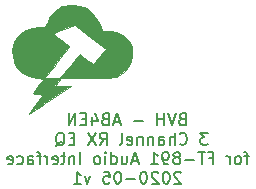
<source format=gbr>
G04 #@! TF.GenerationSoftware,KiCad,Pcbnew,5.1.5-52549c5~86~ubuntu18.04.1*
G04 #@! TF.CreationDate,2020-05-17T18:15:10-04:00*
G04 #@! TF.ProjectId,RX EQ Shield,52582045-5120-4536-9869-656c642e6b69,rev?*
G04 #@! TF.SameCoordinates,Original*
G04 #@! TF.FileFunction,Legend,Bot*
G04 #@! TF.FilePolarity,Positive*
%FSLAX46Y46*%
G04 Gerber Fmt 4.6, Leading zero omitted, Abs format (unit mm)*
G04 Created by KiCad (PCBNEW 5.1.5-52549c5~86~ubuntu18.04.1) date 2020-05-17 18:15:10*
%MOMM*%
%LPD*%
G04 APERTURE LIST*
%ADD10C,0.150000*%
%ADD11C,0.010000*%
G04 APERTURE END LIST*
D10*
X121482857Y-149853571D02*
X121340000Y-149901190D01*
X121292380Y-149948809D01*
X121244761Y-150044047D01*
X121244761Y-150186904D01*
X121292380Y-150282142D01*
X121340000Y-150329761D01*
X121435238Y-150377380D01*
X121816190Y-150377380D01*
X121816190Y-149377380D01*
X121482857Y-149377380D01*
X121387619Y-149425000D01*
X121340000Y-149472619D01*
X121292380Y-149567857D01*
X121292380Y-149663095D01*
X121340000Y-149758333D01*
X121387619Y-149805952D01*
X121482857Y-149853571D01*
X121816190Y-149853571D01*
X120959047Y-149377380D02*
X120625714Y-150377380D01*
X120292380Y-149377380D01*
X119959047Y-150377380D02*
X119959047Y-149377380D01*
X119959047Y-149853571D02*
X119387619Y-149853571D01*
X119387619Y-150377380D02*
X119387619Y-149377380D01*
X118149523Y-149996428D02*
X117387619Y-149996428D01*
X116197142Y-150091666D02*
X115720952Y-150091666D01*
X116292380Y-150377380D02*
X115959047Y-149377380D01*
X115625714Y-150377380D01*
X114959047Y-149853571D02*
X114816190Y-149901190D01*
X114768571Y-149948809D01*
X114720952Y-150044047D01*
X114720952Y-150186904D01*
X114768571Y-150282142D01*
X114816190Y-150329761D01*
X114911428Y-150377380D01*
X115292380Y-150377380D01*
X115292380Y-149377380D01*
X114959047Y-149377380D01*
X114863809Y-149425000D01*
X114816190Y-149472619D01*
X114768571Y-149567857D01*
X114768571Y-149663095D01*
X114816190Y-149758333D01*
X114863809Y-149805952D01*
X114959047Y-149853571D01*
X115292380Y-149853571D01*
X113863809Y-149710714D02*
X113863809Y-150377380D01*
X114101904Y-149329761D02*
X114340000Y-150044047D01*
X113720952Y-150044047D01*
X113340000Y-149853571D02*
X113006666Y-149853571D01*
X112863809Y-150377380D02*
X113340000Y-150377380D01*
X113340000Y-149377380D01*
X112863809Y-149377380D01*
X112435238Y-150377380D02*
X112435238Y-149377380D01*
X111863809Y-150377380D01*
X111863809Y-149377380D01*
X123649523Y-151027380D02*
X123030476Y-151027380D01*
X123363809Y-151408333D01*
X123220952Y-151408333D01*
X123125714Y-151455952D01*
X123078095Y-151503571D01*
X123030476Y-151598809D01*
X123030476Y-151836904D01*
X123078095Y-151932142D01*
X123125714Y-151979761D01*
X123220952Y-152027380D01*
X123506666Y-152027380D01*
X123601904Y-151979761D01*
X123649523Y-151932142D01*
X121268571Y-151932142D02*
X121316190Y-151979761D01*
X121459047Y-152027380D01*
X121554285Y-152027380D01*
X121697142Y-151979761D01*
X121792380Y-151884523D01*
X121840000Y-151789285D01*
X121887619Y-151598809D01*
X121887619Y-151455952D01*
X121840000Y-151265476D01*
X121792380Y-151170238D01*
X121697142Y-151075000D01*
X121554285Y-151027380D01*
X121459047Y-151027380D01*
X121316190Y-151075000D01*
X121268571Y-151122619D01*
X120840000Y-152027380D02*
X120840000Y-151027380D01*
X120411428Y-152027380D02*
X120411428Y-151503571D01*
X120459047Y-151408333D01*
X120554285Y-151360714D01*
X120697142Y-151360714D01*
X120792380Y-151408333D01*
X120840000Y-151455952D01*
X119506666Y-152027380D02*
X119506666Y-151503571D01*
X119554285Y-151408333D01*
X119649523Y-151360714D01*
X119840000Y-151360714D01*
X119935238Y-151408333D01*
X119506666Y-151979761D02*
X119601904Y-152027380D01*
X119840000Y-152027380D01*
X119935238Y-151979761D01*
X119982857Y-151884523D01*
X119982857Y-151789285D01*
X119935238Y-151694047D01*
X119840000Y-151646428D01*
X119601904Y-151646428D01*
X119506666Y-151598809D01*
X119030476Y-151360714D02*
X119030476Y-152027380D01*
X119030476Y-151455952D02*
X118982857Y-151408333D01*
X118887619Y-151360714D01*
X118744761Y-151360714D01*
X118649523Y-151408333D01*
X118601904Y-151503571D01*
X118601904Y-152027380D01*
X118125714Y-151360714D02*
X118125714Y-152027380D01*
X118125714Y-151455952D02*
X118078095Y-151408333D01*
X117982857Y-151360714D01*
X117840000Y-151360714D01*
X117744761Y-151408333D01*
X117697142Y-151503571D01*
X117697142Y-152027380D01*
X116840000Y-151979761D02*
X116935238Y-152027380D01*
X117125714Y-152027380D01*
X117220952Y-151979761D01*
X117268571Y-151884523D01*
X117268571Y-151503571D01*
X117220952Y-151408333D01*
X117125714Y-151360714D01*
X116935238Y-151360714D01*
X116840000Y-151408333D01*
X116792380Y-151503571D01*
X116792380Y-151598809D01*
X117268571Y-151694047D01*
X116220952Y-152027380D02*
X116316190Y-151979761D01*
X116363809Y-151884523D01*
X116363809Y-151027380D01*
X114506666Y-152027380D02*
X114840000Y-151551190D01*
X115078095Y-152027380D02*
X115078095Y-151027380D01*
X114697142Y-151027380D01*
X114601904Y-151075000D01*
X114554285Y-151122619D01*
X114506666Y-151217857D01*
X114506666Y-151360714D01*
X114554285Y-151455952D01*
X114601904Y-151503571D01*
X114697142Y-151551190D01*
X115078095Y-151551190D01*
X114173333Y-151027380D02*
X113506666Y-152027380D01*
X113506666Y-151027380D02*
X114173333Y-152027380D01*
X112363809Y-151503571D02*
X112030476Y-151503571D01*
X111887619Y-152027380D02*
X112363809Y-152027380D01*
X112363809Y-151027380D01*
X111887619Y-151027380D01*
X110792380Y-152122619D02*
X110887619Y-152075000D01*
X110982857Y-151979761D01*
X111125714Y-151836904D01*
X111220952Y-151789285D01*
X111316190Y-151789285D01*
X111268571Y-152027380D02*
X111363809Y-151979761D01*
X111459047Y-151884523D01*
X111506666Y-151694047D01*
X111506666Y-151360714D01*
X111459047Y-151170238D01*
X111363809Y-151075000D01*
X111268571Y-151027380D01*
X111078095Y-151027380D01*
X110982857Y-151075000D01*
X110887619Y-151170238D01*
X110840000Y-151360714D01*
X110840000Y-151694047D01*
X110887619Y-151884523D01*
X110982857Y-151979761D01*
X111078095Y-152027380D01*
X111268571Y-152027380D01*
X127125714Y-153010714D02*
X126744761Y-153010714D01*
X126982857Y-153677380D02*
X126982857Y-152820238D01*
X126935238Y-152725000D01*
X126840000Y-152677380D01*
X126744761Y-152677380D01*
X126268571Y-153677380D02*
X126363809Y-153629761D01*
X126411428Y-153582142D01*
X126459047Y-153486904D01*
X126459047Y-153201190D01*
X126411428Y-153105952D01*
X126363809Y-153058333D01*
X126268571Y-153010714D01*
X126125714Y-153010714D01*
X126030476Y-153058333D01*
X125982857Y-153105952D01*
X125935238Y-153201190D01*
X125935238Y-153486904D01*
X125982857Y-153582142D01*
X126030476Y-153629761D01*
X126125714Y-153677380D01*
X126268571Y-153677380D01*
X125506666Y-153677380D02*
X125506666Y-153010714D01*
X125506666Y-153201190D02*
X125459047Y-153105952D01*
X125411428Y-153058333D01*
X125316190Y-153010714D01*
X125220952Y-153010714D01*
X123792380Y-153153571D02*
X124125714Y-153153571D01*
X124125714Y-153677380D02*
X124125714Y-152677380D01*
X123649523Y-152677380D01*
X123411428Y-152677380D02*
X122840000Y-152677380D01*
X123125714Y-153677380D02*
X123125714Y-152677380D01*
X122506666Y-153296428D02*
X121744761Y-153296428D01*
X121125714Y-153105952D02*
X121220952Y-153058333D01*
X121268571Y-153010714D01*
X121316190Y-152915476D01*
X121316190Y-152867857D01*
X121268571Y-152772619D01*
X121220952Y-152725000D01*
X121125714Y-152677380D01*
X120935238Y-152677380D01*
X120840000Y-152725000D01*
X120792380Y-152772619D01*
X120744761Y-152867857D01*
X120744761Y-152915476D01*
X120792380Y-153010714D01*
X120840000Y-153058333D01*
X120935238Y-153105952D01*
X121125714Y-153105952D01*
X121220952Y-153153571D01*
X121268571Y-153201190D01*
X121316190Y-153296428D01*
X121316190Y-153486904D01*
X121268571Y-153582142D01*
X121220952Y-153629761D01*
X121125714Y-153677380D01*
X120935238Y-153677380D01*
X120840000Y-153629761D01*
X120792380Y-153582142D01*
X120744761Y-153486904D01*
X120744761Y-153296428D01*
X120792380Y-153201190D01*
X120840000Y-153153571D01*
X120935238Y-153105952D01*
X120268571Y-153677380D02*
X120078095Y-153677380D01*
X119982857Y-153629761D01*
X119935238Y-153582142D01*
X119840000Y-153439285D01*
X119792380Y-153248809D01*
X119792380Y-152867857D01*
X119840000Y-152772619D01*
X119887619Y-152725000D01*
X119982857Y-152677380D01*
X120173333Y-152677380D01*
X120268571Y-152725000D01*
X120316190Y-152772619D01*
X120363809Y-152867857D01*
X120363809Y-153105952D01*
X120316190Y-153201190D01*
X120268571Y-153248809D01*
X120173333Y-153296428D01*
X119982857Y-153296428D01*
X119887619Y-153248809D01*
X119840000Y-153201190D01*
X119792380Y-153105952D01*
X118840000Y-153677380D02*
X119411428Y-153677380D01*
X119125714Y-153677380D02*
X119125714Y-152677380D01*
X119220952Y-152820238D01*
X119316190Y-152915476D01*
X119411428Y-152963095D01*
X117697142Y-153391666D02*
X117220952Y-153391666D01*
X117792380Y-153677380D02*
X117459047Y-152677380D01*
X117125714Y-153677380D01*
X116363809Y-153010714D02*
X116363809Y-153677380D01*
X116792380Y-153010714D02*
X116792380Y-153534523D01*
X116744761Y-153629761D01*
X116649523Y-153677380D01*
X116506666Y-153677380D01*
X116411428Y-153629761D01*
X116363809Y-153582142D01*
X115459047Y-153677380D02*
X115459047Y-152677380D01*
X115459047Y-153629761D02*
X115554285Y-153677380D01*
X115744761Y-153677380D01*
X115840000Y-153629761D01*
X115887619Y-153582142D01*
X115935238Y-153486904D01*
X115935238Y-153201190D01*
X115887619Y-153105952D01*
X115840000Y-153058333D01*
X115744761Y-153010714D01*
X115554285Y-153010714D01*
X115459047Y-153058333D01*
X114982857Y-153677380D02*
X114982857Y-153010714D01*
X114982857Y-152677380D02*
X115030476Y-152725000D01*
X114982857Y-152772619D01*
X114935238Y-152725000D01*
X114982857Y-152677380D01*
X114982857Y-152772619D01*
X114363809Y-153677380D02*
X114459047Y-153629761D01*
X114506666Y-153582142D01*
X114554285Y-153486904D01*
X114554285Y-153201190D01*
X114506666Y-153105952D01*
X114459047Y-153058333D01*
X114363809Y-153010714D01*
X114220952Y-153010714D01*
X114125714Y-153058333D01*
X114078095Y-153105952D01*
X114030476Y-153201190D01*
X114030476Y-153486904D01*
X114078095Y-153582142D01*
X114125714Y-153629761D01*
X114220952Y-153677380D01*
X114363809Y-153677380D01*
X112840000Y-153677380D02*
X112840000Y-152677380D01*
X112363809Y-153010714D02*
X112363809Y-153677380D01*
X112363809Y-153105952D02*
X112316190Y-153058333D01*
X112220952Y-153010714D01*
X112078095Y-153010714D01*
X111982857Y-153058333D01*
X111935238Y-153153571D01*
X111935238Y-153677380D01*
X111601904Y-153010714D02*
X111220952Y-153010714D01*
X111459047Y-152677380D02*
X111459047Y-153534523D01*
X111411428Y-153629761D01*
X111316190Y-153677380D01*
X111220952Y-153677380D01*
X110506666Y-153629761D02*
X110601904Y-153677380D01*
X110792380Y-153677380D01*
X110887619Y-153629761D01*
X110935238Y-153534523D01*
X110935238Y-153153571D01*
X110887619Y-153058333D01*
X110792380Y-153010714D01*
X110601904Y-153010714D01*
X110506666Y-153058333D01*
X110459047Y-153153571D01*
X110459047Y-153248809D01*
X110935238Y-153344047D01*
X110030476Y-153677380D02*
X110030476Y-153010714D01*
X110030476Y-153201190D02*
X109982857Y-153105952D01*
X109935238Y-153058333D01*
X109840000Y-153010714D01*
X109744761Y-153010714D01*
X109554285Y-153010714D02*
X109173333Y-153010714D01*
X109411428Y-153677380D02*
X109411428Y-152820238D01*
X109363809Y-152725000D01*
X109268571Y-152677380D01*
X109173333Y-152677380D01*
X108411428Y-153677380D02*
X108411428Y-153153571D01*
X108459047Y-153058333D01*
X108554285Y-153010714D01*
X108744761Y-153010714D01*
X108840000Y-153058333D01*
X108411428Y-153629761D02*
X108506666Y-153677380D01*
X108744761Y-153677380D01*
X108840000Y-153629761D01*
X108887619Y-153534523D01*
X108887619Y-153439285D01*
X108840000Y-153344047D01*
X108744761Y-153296428D01*
X108506666Y-153296428D01*
X108411428Y-153248809D01*
X107506666Y-153629761D02*
X107601904Y-153677380D01*
X107792380Y-153677380D01*
X107887619Y-153629761D01*
X107935238Y-153582142D01*
X107982857Y-153486904D01*
X107982857Y-153201190D01*
X107935238Y-153105952D01*
X107887619Y-153058333D01*
X107792380Y-153010714D01*
X107601904Y-153010714D01*
X107506666Y-153058333D01*
X106697142Y-153629761D02*
X106792380Y-153677380D01*
X106982857Y-153677380D01*
X107078095Y-153629761D01*
X107125714Y-153534523D01*
X107125714Y-153153571D01*
X107078095Y-153058333D01*
X106982857Y-153010714D01*
X106792380Y-153010714D01*
X106697142Y-153058333D01*
X106649523Y-153153571D01*
X106649523Y-153248809D01*
X107125714Y-153344047D01*
X121363809Y-154422619D02*
X121316190Y-154375000D01*
X121220952Y-154327380D01*
X120982857Y-154327380D01*
X120887619Y-154375000D01*
X120840000Y-154422619D01*
X120792380Y-154517857D01*
X120792380Y-154613095D01*
X120840000Y-154755952D01*
X121411428Y-155327380D01*
X120792380Y-155327380D01*
X120173333Y-154327380D02*
X120078095Y-154327380D01*
X119982857Y-154375000D01*
X119935238Y-154422619D01*
X119887619Y-154517857D01*
X119840000Y-154708333D01*
X119840000Y-154946428D01*
X119887619Y-155136904D01*
X119935238Y-155232142D01*
X119982857Y-155279761D01*
X120078095Y-155327380D01*
X120173333Y-155327380D01*
X120268571Y-155279761D01*
X120316190Y-155232142D01*
X120363809Y-155136904D01*
X120411428Y-154946428D01*
X120411428Y-154708333D01*
X120363809Y-154517857D01*
X120316190Y-154422619D01*
X120268571Y-154375000D01*
X120173333Y-154327380D01*
X119459047Y-154422619D02*
X119411428Y-154375000D01*
X119316190Y-154327380D01*
X119078095Y-154327380D01*
X118982857Y-154375000D01*
X118935238Y-154422619D01*
X118887619Y-154517857D01*
X118887619Y-154613095D01*
X118935238Y-154755952D01*
X119506666Y-155327380D01*
X118887619Y-155327380D01*
X118268571Y-154327380D02*
X118173333Y-154327380D01*
X118078095Y-154375000D01*
X118030476Y-154422619D01*
X117982857Y-154517857D01*
X117935238Y-154708333D01*
X117935238Y-154946428D01*
X117982857Y-155136904D01*
X118030476Y-155232142D01*
X118078095Y-155279761D01*
X118173333Y-155327380D01*
X118268571Y-155327380D01*
X118363809Y-155279761D01*
X118411428Y-155232142D01*
X118459047Y-155136904D01*
X118506666Y-154946428D01*
X118506666Y-154708333D01*
X118459047Y-154517857D01*
X118411428Y-154422619D01*
X118363809Y-154375000D01*
X118268571Y-154327380D01*
X117506666Y-154946428D02*
X116744761Y-154946428D01*
X116078095Y-154327380D02*
X115982857Y-154327380D01*
X115887619Y-154375000D01*
X115840000Y-154422619D01*
X115792380Y-154517857D01*
X115744761Y-154708333D01*
X115744761Y-154946428D01*
X115792380Y-155136904D01*
X115840000Y-155232142D01*
X115887619Y-155279761D01*
X115982857Y-155327380D01*
X116078095Y-155327380D01*
X116173333Y-155279761D01*
X116220952Y-155232142D01*
X116268571Y-155136904D01*
X116316190Y-154946428D01*
X116316190Y-154708333D01*
X116268571Y-154517857D01*
X116220952Y-154422619D01*
X116173333Y-154375000D01*
X116078095Y-154327380D01*
X114840000Y-154327380D02*
X115316190Y-154327380D01*
X115363809Y-154803571D01*
X115316190Y-154755952D01*
X115220952Y-154708333D01*
X114982857Y-154708333D01*
X114887619Y-154755952D01*
X114840000Y-154803571D01*
X114792380Y-154898809D01*
X114792380Y-155136904D01*
X114840000Y-155232142D01*
X114887619Y-155279761D01*
X114982857Y-155327380D01*
X115220952Y-155327380D01*
X115316190Y-155279761D01*
X115363809Y-155232142D01*
X113697142Y-154660714D02*
X113459047Y-155327380D01*
X113220952Y-154660714D01*
X112316190Y-155327380D02*
X112887619Y-155327380D01*
X112601904Y-155327380D02*
X112601904Y-154327380D01*
X112697142Y-154470238D01*
X112792380Y-154565476D01*
X112887619Y-154613095D01*
D11*
G36*
X111858298Y-140206258D02*
G01*
X111526909Y-140262286D01*
X111347876Y-140317229D01*
X110937271Y-140561609D01*
X110545286Y-140919859D01*
X110223268Y-141339710D01*
X110082378Y-141605476D01*
X109882263Y-142067777D01*
X109416596Y-142069694D01*
X108785187Y-142138976D01*
X108222308Y-142332902D01*
X107751961Y-142638715D01*
X107398145Y-143043658D01*
X107316595Y-143185916D01*
X107178443Y-143586937D01*
X107112366Y-144065057D01*
X107121530Y-144549536D01*
X107209101Y-144969635D01*
X107233875Y-145034000D01*
X107538210Y-145547510D01*
X107962574Y-145950759D01*
X108488594Y-146231050D01*
X109097897Y-146375686D01*
X109187865Y-146384313D01*
X109775879Y-146431000D01*
X109299904Y-147038653D01*
X109090553Y-147310443D01*
X108928140Y-147529903D01*
X108836164Y-147664854D01*
X108823930Y-147690395D01*
X108900059Y-147720286D01*
X109094540Y-147748100D01*
X109243549Y-147760076D01*
X109663168Y-147785667D01*
X109066880Y-148575609D01*
X108836060Y-148886555D01*
X108651857Y-149144629D01*
X108533317Y-149322435D01*
X108499094Y-149392312D01*
X108574462Y-149355026D01*
X108771619Y-149236125D01*
X109071371Y-149047785D01*
X109454521Y-148802182D01*
X109901875Y-148511492D01*
X110305596Y-148246410D01*
X112083596Y-147073746D01*
X111383181Y-147048707D01*
X110682765Y-147023667D01*
X111206925Y-146388667D01*
X113423261Y-146386807D01*
X114101200Y-146385383D01*
X114632469Y-146381369D01*
X115039727Y-146373245D01*
X115345631Y-146359491D01*
X115572842Y-146338584D01*
X115744018Y-146309005D01*
X115881819Y-146269233D01*
X116008904Y-146217746D01*
X116020596Y-146212483D01*
X116534188Y-145896403D01*
X116915697Y-145481144D01*
X117157277Y-144982590D01*
X117251077Y-144416625D01*
X117206865Y-143943566D01*
X115008838Y-143943566D01*
X114858551Y-144132732D01*
X114612614Y-144435262D01*
X114369604Y-144722244D01*
X114154923Y-144964998D01*
X113993973Y-145134841D01*
X113912159Y-145203095D01*
X113910315Y-145203334D01*
X113825153Y-145152883D01*
X113646171Y-145019209D01*
X113408512Y-144828824D01*
X113352068Y-144782150D01*
X113107324Y-144582757D01*
X112914953Y-144433743D01*
X112809542Y-144361699D01*
X112801421Y-144358817D01*
X112736775Y-144421248D01*
X112587728Y-144594781D01*
X112373281Y-144856420D01*
X112112438Y-145183172D01*
X111963611Y-145372667D01*
X111169976Y-146388667D01*
X110491831Y-146388667D01*
X110158686Y-146386201D01*
X109967472Y-146373901D01*
X109890804Y-146344409D01*
X109901298Y-146290370D01*
X109940259Y-146240500D01*
X110106261Y-146039055D01*
X110329328Y-145758433D01*
X110590138Y-145424065D01*
X110869366Y-145061383D01*
X111147690Y-144695817D01*
X111405785Y-144352798D01*
X111624329Y-144057758D01*
X111783996Y-143836127D01*
X111865465Y-143713337D01*
X111871930Y-143698304D01*
X111807878Y-143621109D01*
X111635362Y-143470437D01*
X111383843Y-143271048D01*
X111194596Y-143129000D01*
X110908350Y-142913769D01*
X110681963Y-142734656D01*
X110544749Y-142615369D01*
X110517263Y-142581200D01*
X110592626Y-142536778D01*
X110797469Y-142453201D01*
X111099925Y-142342702D01*
X111443970Y-142225478D01*
X112370676Y-141919319D01*
X113689757Y-142931442D01*
X115008838Y-143943566D01*
X117206865Y-143943566D01*
X117196490Y-143832560D01*
X117110056Y-143533111D01*
X116970262Y-143287973D01*
X116735643Y-143026757D01*
X116702794Y-142994535D01*
X116317365Y-142689737D01*
X115890530Y-142503013D01*
X115378369Y-142418384D01*
X115094104Y-142409334D01*
X114801640Y-142389221D01*
X114672767Y-142328732D01*
X114665863Y-142303500D01*
X114619249Y-142114222D01*
X114496991Y-141836516D01*
X114325216Y-141517294D01*
X114130052Y-141203464D01*
X113937628Y-140941937D01*
X113857763Y-140852660D01*
X113392228Y-140481199D01*
X112865586Y-140261201D01*
X112257632Y-140184456D01*
X112212572Y-140184234D01*
X111858298Y-140206258D01*
G37*
X111858298Y-140206258D02*
X111526909Y-140262286D01*
X111347876Y-140317229D01*
X110937271Y-140561609D01*
X110545286Y-140919859D01*
X110223268Y-141339710D01*
X110082378Y-141605476D01*
X109882263Y-142067777D01*
X109416596Y-142069694D01*
X108785187Y-142138976D01*
X108222308Y-142332902D01*
X107751961Y-142638715D01*
X107398145Y-143043658D01*
X107316595Y-143185916D01*
X107178443Y-143586937D01*
X107112366Y-144065057D01*
X107121530Y-144549536D01*
X107209101Y-144969635D01*
X107233875Y-145034000D01*
X107538210Y-145547510D01*
X107962574Y-145950759D01*
X108488594Y-146231050D01*
X109097897Y-146375686D01*
X109187865Y-146384313D01*
X109775879Y-146431000D01*
X109299904Y-147038653D01*
X109090553Y-147310443D01*
X108928140Y-147529903D01*
X108836164Y-147664854D01*
X108823930Y-147690395D01*
X108900059Y-147720286D01*
X109094540Y-147748100D01*
X109243549Y-147760076D01*
X109663168Y-147785667D01*
X109066880Y-148575609D01*
X108836060Y-148886555D01*
X108651857Y-149144629D01*
X108533317Y-149322435D01*
X108499094Y-149392312D01*
X108574462Y-149355026D01*
X108771619Y-149236125D01*
X109071371Y-149047785D01*
X109454521Y-148802182D01*
X109901875Y-148511492D01*
X110305596Y-148246410D01*
X112083596Y-147073746D01*
X111383181Y-147048707D01*
X110682765Y-147023667D01*
X111206925Y-146388667D01*
X113423261Y-146386807D01*
X114101200Y-146385383D01*
X114632469Y-146381369D01*
X115039727Y-146373245D01*
X115345631Y-146359491D01*
X115572842Y-146338584D01*
X115744018Y-146309005D01*
X115881819Y-146269233D01*
X116008904Y-146217746D01*
X116020596Y-146212483D01*
X116534188Y-145896403D01*
X116915697Y-145481144D01*
X117157277Y-144982590D01*
X117251077Y-144416625D01*
X117206865Y-143943566D01*
X115008838Y-143943566D01*
X114858551Y-144132732D01*
X114612614Y-144435262D01*
X114369604Y-144722244D01*
X114154923Y-144964998D01*
X113993973Y-145134841D01*
X113912159Y-145203095D01*
X113910315Y-145203334D01*
X113825153Y-145152883D01*
X113646171Y-145019209D01*
X113408512Y-144828824D01*
X113352068Y-144782150D01*
X113107324Y-144582757D01*
X112914953Y-144433743D01*
X112809542Y-144361699D01*
X112801421Y-144358817D01*
X112736775Y-144421248D01*
X112587728Y-144594781D01*
X112373281Y-144856420D01*
X112112438Y-145183172D01*
X111963611Y-145372667D01*
X111169976Y-146388667D01*
X110491831Y-146388667D01*
X110158686Y-146386201D01*
X109967472Y-146373901D01*
X109890804Y-146344409D01*
X109901298Y-146290370D01*
X109940259Y-146240500D01*
X110106261Y-146039055D01*
X110329328Y-145758433D01*
X110590138Y-145424065D01*
X110869366Y-145061383D01*
X111147690Y-144695817D01*
X111405785Y-144352798D01*
X111624329Y-144057758D01*
X111783996Y-143836127D01*
X111865465Y-143713337D01*
X111871930Y-143698304D01*
X111807878Y-143621109D01*
X111635362Y-143470437D01*
X111383843Y-143271048D01*
X111194596Y-143129000D01*
X110908350Y-142913769D01*
X110681963Y-142734656D01*
X110544749Y-142615369D01*
X110517263Y-142581200D01*
X110592626Y-142536778D01*
X110797469Y-142453201D01*
X111099925Y-142342702D01*
X111443970Y-142225478D01*
X112370676Y-141919319D01*
X113689757Y-142931442D01*
X115008838Y-143943566D01*
X117206865Y-143943566D01*
X117196490Y-143832560D01*
X117110056Y-143533111D01*
X116970262Y-143287973D01*
X116735643Y-143026757D01*
X116702794Y-142994535D01*
X116317365Y-142689737D01*
X115890530Y-142503013D01*
X115378369Y-142418384D01*
X115094104Y-142409334D01*
X114801640Y-142389221D01*
X114672767Y-142328732D01*
X114665863Y-142303500D01*
X114619249Y-142114222D01*
X114496991Y-141836516D01*
X114325216Y-141517294D01*
X114130052Y-141203464D01*
X113937628Y-140941937D01*
X113857763Y-140852660D01*
X113392228Y-140481199D01*
X112865586Y-140261201D01*
X112257632Y-140184456D01*
X112212572Y-140184234D01*
X111858298Y-140206258D01*
M02*

</source>
